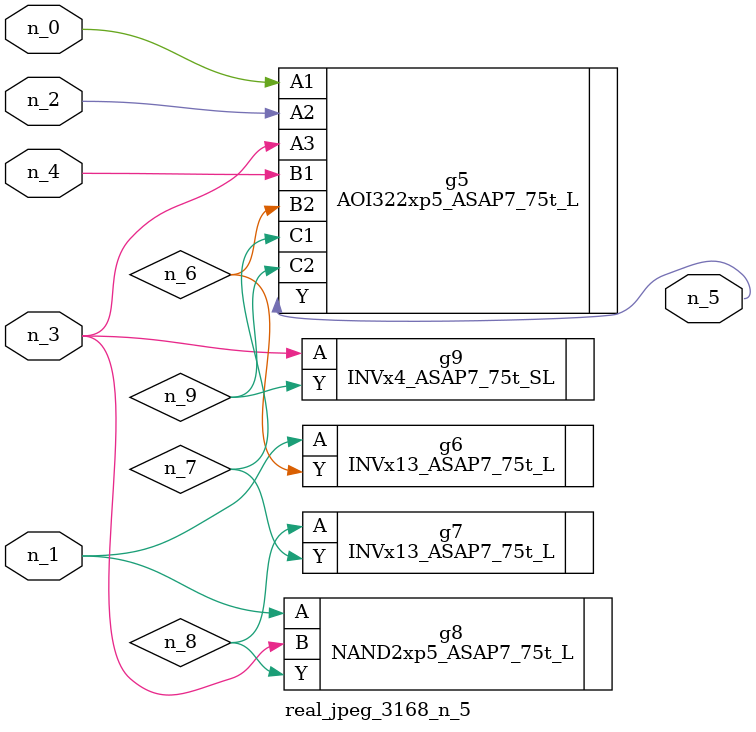
<source format=v>
module real_jpeg_3168_n_5 (n_4, n_0, n_1, n_2, n_3, n_5);

input n_4;
input n_0;
input n_1;
input n_2;
input n_3;

output n_5;

wire n_8;
wire n_6;
wire n_7;
wire n_9;

AOI322xp5_ASAP7_75t_L g5 ( 
.A1(n_0),
.A2(n_2),
.A3(n_3),
.B1(n_4),
.B2(n_6),
.C1(n_7),
.C2(n_9),
.Y(n_5)
);

INVx13_ASAP7_75t_L g6 ( 
.A(n_1),
.Y(n_6)
);

NAND2xp5_ASAP7_75t_L g8 ( 
.A(n_1),
.B(n_3),
.Y(n_8)
);

INVx4_ASAP7_75t_SL g9 ( 
.A(n_3),
.Y(n_9)
);

INVx13_ASAP7_75t_L g7 ( 
.A(n_8),
.Y(n_7)
);


endmodule
</source>
